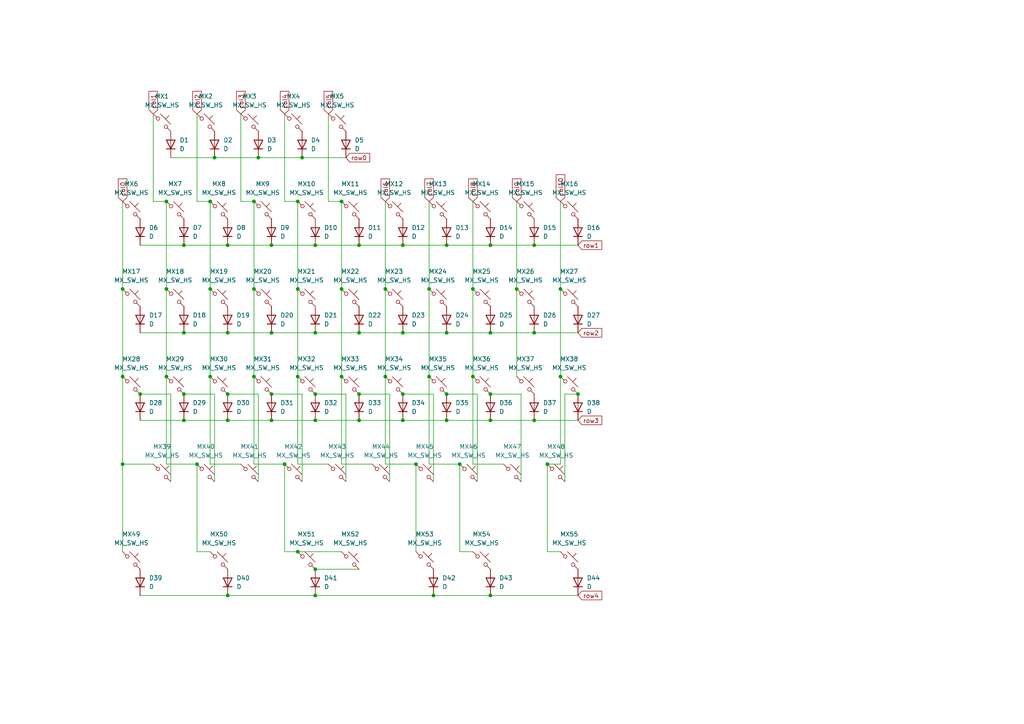
<source format=kicad_sch>
(kicad_sch (version 20231120) (generator "eeschema") (generator_version "8.0")
  (paper "A4")
  (lib_symbols
    (symbol "Device:D" (pin_numbers hide) (pin_names (offset 1.016) hide)
      (property "Reference" "D" (at 0 2.54 0))
      (property "Value" "D" (at 0 -2.54 0))
      (symbol "D_0_1"
        (polyline (pts (xy -1.27 1.27) (xy -1.27 -1.27)) (stroke (width 0.254)))
        (polyline (pts (xy 1.27 0) (xy -1.27 0)))
        (polyline (pts (xy 1.27 1.27) (xy 1.27 -1.27) (xy -1.27 0) (xy 1.27 1.27)) (stroke (width 0.254)))
      )
      (symbol "D_1_1"
        (pin passive line (at -3.81 0 0) (length 2.54) (name "K") (number "1"))
        (pin passive line (at 3.81 0 180) (length 2.54) (name "A") (number "2"))
      )
    )
    (symbol "PCM_marbastlib-mx:MX_SW_HS_CPG151101S11" (pin_numbers hide) (pin_names (offset 1.016) hide)
      (property "Reference" "MX" (at 3.048 1.016 0))
      (property "Value" "MX_SW_HS" (at 0 -3.81 0))
      (symbol "MX_SW_HS_CPG151101S11_0_1"
        (circle (center -1.1684 1.1684) (radius 0.508))
        (polyline (pts (xy -0.508 2.54) (xy 2.54 -0.508)))
        (polyline (pts (xy 1.016 1.016) (xy 2.032 2.032)))
        (polyline (pts (xy -2.54 2.54) (xy -1.524 1.524) (xy -1.524 1.524)))
        (polyline (pts (xy 1.524 -1.524) (xy 2.54 -2.54) (xy 2.54 -2.54) (xy 2.54 -2.54)))
        (circle (center 1.143 -1.1938) (radius 0.508))
        (pin passive line (at -2.54 2.54 0) (length 0) (name "1") (number "1"))
        (pin passive line (at 2.54 -2.54 180) (length 0) (name "2") (number "2"))
      )
    )
  )
  (junction (at 66.04 121.92))
  (junction (at 48.26 58.42))
  (junction (at 137.16 83.82))
  (junction (at 104.14 114.3))
  (junction (at 124.46 109.22))
  (junction (at 116.84 96.52))
  (junction (at 120.65 134.62))
  (junction (at 53.34 114.3))
  (junction (at 91.44 172.72))
  (junction (at 73.66 58.42))
  (junction (at 91.44 96.52))
  (junction (at 142.24 71.12))
  (junction (at 60.96 83.82))
  (junction (at 78.74 121.92))
  (junction (at 116.84 114.3))
  (junction (at 73.66 83.82))
  (junction (at 129.54 71.12))
  (junction (at 86.36 83.82))
  (junction (at 78.74 96.52))
  (junction (at 129.54 114.3))
  (junction (at 116.84 71.12))
  (junction (at 149.86 83.82))
  (junction (at 53.34 71.12))
  (junction (at 62.23 45.72))
  (junction (at 35.56 109.22))
  (junction (at 129.54 96.52))
  (junction (at 86.36 160.02))
  (junction (at 87.63 45.72))
  (junction (at 133.35 134.62))
  (junction (at 78.74 114.3))
  (junction (at 104.14 121.92))
  (junction (at 91.44 71.12))
  (junction (at 40.64 114.3))
  (junction (at 82.55 134.62))
  (junction (at 66.04 114.3))
  (junction (at 116.84 121.92))
  (junction (at 154.94 96.52))
  (junction (at 91.44 121.92))
  (junction (at 74.93 45.72))
  (junction (at 129.54 121.92))
  (junction (at 86.36 58.42))
  (junction (at 35.56 83.82))
  (junction (at 125.73 172.72))
  (junction (at 142.24 96.52))
  (junction (at 124.46 83.82))
  (junction (at 137.16 109.22))
  (junction (at 48.26 109.22))
  (junction (at 154.94 121.92))
  (junction (at 99.06 83.82))
  (junction (at 142.24 172.72))
  (junction (at 66.04 172.72))
  (junction (at 78.74 71.12))
  (junction (at 154.94 71.12))
  (junction (at 35.56 134.62))
  (junction (at 57.15 134.62))
  (junction (at 158.75 134.62))
  (junction (at 162.56 109.22))
  (junction (at 48.26 83.82))
  (junction (at 66.04 96.52))
  (junction (at 104.14 71.12))
  (junction (at 167.64 114.3))
  (junction (at 142.24 121.92))
  (junction (at 91.44 165.1))
  (junction (at 73.66 109.22))
  (junction (at 91.44 114.3))
  (junction (at 53.34 121.92))
  (junction (at 142.24 114.3))
  (junction (at 53.34 96.52))
  (junction (at 99.06 58.42))
  (junction (at 111.76 83.82))
  (junction (at 66.04 71.12))
  (junction (at 111.76 109.22))
  (junction (at 60.96 109.22))
  (junction (at 86.36 109.22))
  (junction (at 162.56 83.82))
  (junction (at 104.14 96.52))
  (junction (at 60.96 58.42))
  (junction (at 99.06 109.22))
  (wire (pts (xy 104.14 114.3) (xy 113.03 114.3)))
  (wire (pts (xy 104.14 96.52) (xy 116.84 96.52)))
  (wire (pts (xy 48.26 83.82) (xy 48.26 109.22)))
  (wire (pts (xy 133.35 160.02) (xy 133.35 134.62)))
  (wire (pts (xy 86.36 109.22) (xy 86.36 134.62)))
  (wire (pts (xy 74.93 45.72) (xy 87.63 45.72)))
  (wire (pts (xy 82.55 58.42) (xy 86.36 58.42)))
  (wire (pts (xy 162.56 134.62) (xy 158.75 134.62)))
  (wire (pts (xy 53.34 71.12) (xy 66.04 71.12)))
  (wire (pts (xy 91.44 71.12) (xy 104.14 71.12)))
  (wire (pts (xy 162.56 160.02) (xy 158.75 160.02)))
  (wire (pts (xy 60.96 134.62) (xy 69.85 134.62)))
  (wire (pts (xy 111.76 83.82) (xy 111.76 109.22)))
  (wire (pts (xy 137.16 83.82) (xy 137.16 109.22)))
  (wire (pts (xy 44.45 134.62) (xy 35.56 134.62)))
  (wire (pts (xy 137.16 109.22) (xy 137.16 134.62)))
  (wire (pts (xy 99.06 134.62) (xy 107.95 134.62)))
  (wire (pts (xy 57.15 33.02) (xy 57.15 58.42)))
  (wire (pts (xy 66.04 121.92) (xy 78.74 121.92)))
  (wire (pts (xy 91.44 96.52) (xy 104.14 96.52)))
  (wire (pts (xy 44.45 33.02) (xy 44.45 58.42)))
  (wire (pts (xy 142.24 114.3) (xy 151.13 114.3)))
  (wire (pts (xy 137.16 134.62) (xy 146.05 134.62)))
  (wire (pts (xy 78.74 71.12) (xy 91.44 71.12)))
  (wire (pts (xy 142.24 121.92) (xy 154.94 121.92)))
  (wire (pts (xy 125.73 114.3) (xy 125.73 139.7)))
  (wire (pts (xy 73.66 58.42) (xy 73.66 83.82)))
  (wire (pts (xy 137.16 58.42) (xy 137.16 83.82)))
  (wire (pts (xy 82.55 33.02) (xy 82.55 58.42)))
  (wire (pts (xy 158.75 160.02) (xy 158.75 134.62)))
  (wire (pts (xy 120.65 134.62) (xy 120.65 160.02)))
  (wire (pts (xy 100.33 114.3) (xy 100.33 139.7)))
  (wire (pts (xy 142.24 71.12) (xy 154.94 71.12)))
  (wire (pts (xy 154.94 96.52) (xy 167.64 96.52)))
  (wire (pts (xy 87.63 114.3) (xy 87.63 139.7)))
  (wire (pts (xy 66.04 96.52) (xy 78.74 96.52)))
  (wire (pts (xy 49.53 45.72) (xy 62.23 45.72)))
  (wire (pts (xy 162.56 58.42) (xy 162.56 83.82)))
  (wire (pts (xy 154.94 121.92) (xy 167.64 121.92)))
  (wire (pts (xy 73.66 109.22) (xy 73.66 134.62)))
  (wire (pts (xy 124.46 134.62) (xy 133.35 134.62)))
  (wire (pts (xy 40.64 71.12) (xy 53.34 71.12)))
  (wire (pts (xy 40.64 114.3) (xy 49.53 114.3)))
  (wire (pts (xy 35.56 134.62) (xy 35.56 160.02)))
  (wire (pts (xy 116.84 121.92) (xy 129.54 121.92)))
  (wire (pts (xy 163.83 114.3) (xy 163.83 139.7)))
  (wire (pts (xy 99.06 58.42) (xy 99.06 83.82)))
  (wire (pts (xy 35.56 109.22) (xy 35.56 134.62)))
  (wire (pts (xy 60.96 160.02) (xy 57.15 160.02)))
  (wire (pts (xy 78.74 114.3) (xy 87.63 114.3)))
  (wire (pts (xy 162.56 83.82) (xy 162.56 109.22)))
  (wire (pts (xy 124.46 83.82) (xy 124.46 109.22)))
  (wire (pts (xy 35.56 58.42) (xy 35.56 83.82)))
  (wire (pts (xy 74.93 114.3) (xy 74.93 139.7)))
  (wire (pts (xy 62.23 114.3) (xy 62.23 139.7)))
  (wire (pts (xy 44.45 58.42) (xy 48.26 58.42)))
  (wire (pts (xy 99.06 109.22) (xy 99.06 134.62)))
  (wire (pts (xy 60.96 83.82) (xy 60.96 109.22)))
  (wire (pts (xy 86.36 160.02) (xy 99.06 160.02)))
  (wire (pts (xy 48.26 134.62) (xy 48.26 109.22)))
  (wire (pts (xy 40.64 121.92) (xy 53.34 121.92)))
  (wire (pts (xy 69.85 33.02) (xy 69.85 58.42)))
  (wire (pts (xy 66.04 172.72) (xy 91.44 172.72)))
  (wire (pts (xy 142.24 172.72) (xy 167.64 172.72)))
  (wire (pts (xy 129.54 71.12) (xy 142.24 71.12)))
  (wire (pts (xy 40.64 96.52) (xy 53.34 96.52)))
  (wire (pts (xy 104.14 71.12) (xy 116.84 71.12)))
  (wire (pts (xy 142.24 96.52) (xy 154.94 96.52)))
  (wire (pts (xy 60.96 109.22) (xy 60.96 134.62)))
  (wire (pts (xy 149.86 83.82) (xy 149.86 109.22)))
  (wire (pts (xy 78.74 121.92) (xy 91.44 121.92)))
  (wire (pts (xy 78.74 96.52) (xy 91.44 96.52)))
  (wire (pts (xy 69.85 58.42) (xy 73.66 58.42)))
  (wire (pts (xy 86.36 134.62) (xy 95.25 134.62)))
  (wire (pts (xy 86.36 83.82) (xy 86.36 109.22)))
  (wire (pts (xy 111.76 58.42) (xy 111.76 83.82)))
  (wire (pts (xy 73.66 134.62) (xy 82.55 134.62)))
  (wire (pts (xy 151.13 114.3) (xy 151.13 139.7)))
  (wire (pts (xy 40.64 172.72) (xy 66.04 172.72)))
  (wire (pts (xy 57.15 58.42) (xy 60.96 58.42)))
  (wire (pts (xy 149.86 58.42) (xy 149.86 83.82)))
  (wire (pts (xy 53.34 114.3) (xy 62.23 114.3)))
  (wire (pts (xy 138.43 114.3) (xy 138.43 139.7)))
  (wire (pts (xy 162.56 134.62) (xy 162.56 109.22)))
  (wire (pts (xy 129.54 96.52) (xy 142.24 96.52)))
  (wire (pts (xy 129.54 121.92) (xy 142.24 121.92)))
  (wire (pts (xy 86.36 58.42) (xy 86.36 83.82)))
  (wire (pts (xy 57.15 134.62) (xy 48.26 134.62)))
  (wire (pts (xy 62.23 45.72) (xy 74.93 45.72)))
  (wire (pts (xy 82.55 160.02) (xy 82.55 134.62)))
  (wire (pts (xy 91.44 172.72) (xy 125.73 172.72)))
  (wire (pts (xy 124.46 109.22) (xy 124.46 134.62)))
  (wire (pts (xy 53.34 121.92) (xy 66.04 121.92)))
  (wire (pts (xy 73.66 83.82) (xy 73.66 109.22)))
  (wire (pts (xy 87.63 45.72) (xy 100.33 45.72)))
  (wire (pts (xy 48.26 58.42) (xy 48.26 83.82)))
  (wire (pts (xy 86.36 160.02) (xy 82.55 160.02)))
  (wire (pts (xy 116.84 96.52) (xy 129.54 96.52)))
  (wire (pts (xy 129.54 114.3) (xy 138.43 114.3)))
  (wire (pts (xy 66.04 71.12) (xy 78.74 71.12)))
  (wire (pts (xy 124.46 58.42) (xy 124.46 83.82)))
  (wire (pts (xy 95.25 58.42) (xy 99.06 58.42)))
  (wire (pts (xy 53.34 96.52) (xy 66.04 96.52)))
  (wire (pts (xy 91.44 121.92) (xy 104.14 121.92)))
  (wire (pts (xy 35.56 83.82) (xy 35.56 109.22)))
  (wire (pts (xy 49.53 114.3) (xy 49.53 139.7)))
  (wire (pts (xy 57.15 160.02) (xy 57.15 134.62)))
  (wire (pts (xy 116.84 71.12) (xy 129.54 71.12)))
  (wire (pts (xy 111.76 109.22) (xy 111.76 134.62)))
  (wire (pts (xy 66.04 114.3) (xy 74.93 114.3)))
  (wire (pts (xy 91.44 114.3) (xy 100.33 114.3)))
  (wire (pts (xy 111.76 134.62) (xy 120.65 134.62)))
  (wire (pts (xy 104.14 121.92) (xy 116.84 121.92)))
  (wire (pts (xy 154.94 71.12) (xy 167.64 71.12)))
  (wire (pts (xy 137.16 160.02) (xy 133.35 160.02)))
  (wire (pts (xy 125.73 172.72) (xy 142.24 172.72)))
  (wire (pts (xy 116.84 114.3) (xy 125.73 114.3)))
  (wire (pts (xy 95.25 33.02) (xy 95.25 58.42)))
  (wire (pts (xy 167.64 114.3) (xy 163.83 114.3)))
  (wire (pts (xy 60.96 58.42) (xy 60.96 83.82)))
  (wire (pts (xy 91.44 165.1) (xy 104.14 165.1)))
  (wire (pts (xy 99.06 83.82) (xy 99.06 109.22)))
  (wire (pts (xy 113.03 114.3) (xy 113.03 139.7)))
  (global_label "col0" (shape input) (at 35.56 58.42 90) (property "Intersheetrefs" "${INTERSHEET_REFS}" (effects (hide yes))))
  (global_label "col5" (shape input) (at 95.25 33.02 90) (property "Intersheetrefs" "${INTERSHEET_REFS}" (effects (hide yes))))
  (global_label "row3" (shape input) (at 167.64 121.92 0) (property "Intersheetrefs" "${INTERSHEET_REFS}" (effects (hide yes))))
  (global_label "col2" (shape input) (at 57.15 33.02 90) (property "Intersheetrefs" "${INTERSHEET_REFS}" (effects (hide yes))))
  (global_label "row4" (shape input) (at 167.64 172.72 0) (property "Intersheetrefs" "${INTERSHEET_REFS}" (effects (hide yes))))
  (global_label "row2" (shape input) (at 167.64 96.52 0) (property "Intersheetrefs" "${INTERSHEET_REFS}" (effects (hide yes))))
  (global_label "col7" (shape input) (at 124.46 58.42 90) (property "Intersheetrefs" "${INTERSHEET_REFS}" (effects (hide yes))))
  (global_label "col8" (shape input) (at 137.16 58.42 90) (property "Intersheetrefs" "${INTERSHEET_REFS}" (effects (hide yes))))
  (global_label "col10" (shape input) (at 162.56 58.42 90) (property "Intersheetrefs" "${INTERSHEET_REFS}" (effects (hide yes))))
  (global_label "col3" (shape input) (at 69.85 33.02 90) (property "Intersheetrefs" "${INTERSHEET_REFS}" (effects (hide yes))))
  (global_label "col1" (shape input) (at 44.45 33.02 90) (property "Intersheetrefs" "${INTERSHEET_REFS}" (effects (hide yes))))
  (global_label "col4" (shape input) (at 82.55 33.02 90) (property "Intersheetrefs" "${INTERSHEET_REFS}" (effects (hide yes))))
  (global_label "col6" (shape input) (at 111.76 58.42 90) (property "Intersheetrefs" "${INTERSHEET_REFS}" (effects (hide yes))))
  (global_label "row1" (shape input) (at 167.64 71.12 0) (property "Intersheetrefs" "${INTERSHEET_REFS}" (effects (hide yes))))
  (global_label "col9" (shape input) (at 149.86 58.42 90) (property "Intersheetrefs" "${INTERSHEET_REFS}" (effects (hide yes))))
  (global_label "row0" (shape input) (at 100.33 45.72 0) (property "Intersheetrefs" "${INTERSHEET_REFS}" (effects (hide yes))))
  (symbol (lib_id "PCM_marbastlib-mx:MX_SW_HS_CPG151101S11") (at 152.4 86.36 0) (unit 1)
    (property "Reference" "MX26" (at 152.4 78.74 0))
    (property "Value" "MX_SW_HS" (at 152.4 81.28 0))
    (property "Footprint" "PCM_marbastlib-mx:SW_MX_1u" (effects (hide yes)))
    (property "Description" "Push button switch, normally open, two pins, 45° tilted, Kailh CPG151101S11 for Cherry MX style switches" (effects (hide yes)))
  )
  (symbol (lib_id "PCM_marbastlib-mx:MX_SW_HS_CPG151101S11") (at 101.6 86.36 0) (unit 1)
    (property "Reference" "MX22" (at 101.6 78.74 0))
    (property "Value" "MX_SW_HS" (at 101.6 81.28 0))
    (property "Footprint" "PCM_marbastlib-mx:SW_MX_1u" (effects (hide yes)))
    (property "Description" "Push button switch, normally open, two pins, 45° tilted, Kailh CPG151101S11 for Cherry MX style switches" (effects (hide yes)))
  )
  (symbol (lib_id "PCM_marbastlib-mx:MX_SW_HS_CPG151101S11") (at 85.09 137.16 0) (unit 1)
    (property "Reference" "MX42" (at 85.09 129.54 0))
    (property "Value" "MX_SW_HS" (at 85.09 132.08 0))
    (property "Footprint" "PCM_marbastlib-mx:SW_MX_1u" (effects (hide yes)))
    (property "Description" "Push button switch, normally open, two pins, 45° tilted, Kailh CPG151101S11 for Cherry MX style switches" (effects (hide yes)))
  )
  (symbol (lib_id "PCM_marbastlib-mx:MX_SW_HS_CPG151101S11") (at 127 60.96 0) (unit 1)
    (property "Reference" "MX13" (at 127 53.34 0))
    (property "Value" "MX_SW_HS" (at 127 55.88 0))
    (property "Footprint" "PCM_marbastlib-mx:SW_MX_1u" (effects (hide yes)))
    (property "Description" "Push button switch, normally open, two pins, 45° tilted, Kailh CPG151101S11 for Cherry MX style switches" (effects (hide yes)))
  )
  (symbol (lib_id "Device:D") (at 116.84 118.11 90) (unit 1)
    (property "Reference" "D34" (at 119.38 116.8399 90) (effects (justify right)))
    (property "Value" "D" (at 119.38 119.3799 90) (effects (justify right)))
    (property "Footprint" "Diode_SMD:D_SOD-123" (effects (hide yes)))
    (property "Description" "Diode" (effects (hide yes)))
    (property "Sim.Device" "D" (effects (hide yes)))
    (property "Sim.Pins" "1=K 2=A" (effects (hide yes)))
  )
  (symbol (lib_id "PCM_marbastlib-mx:MX_SW_HS_CPG151101S11") (at 97.79 137.16 0) (unit 1)
    (property "Reference" "MX43" (at 97.79 129.54 0))
    (property "Value" "MX_SW_HS" (at 97.79 132.08 0))
    (property "Footprint" "PCM_marbastlib-mx:SW_MX_1u" (effects (hide yes)))
    (property "Description" "Push button switch, normally open, two pins, 45° tilted, Kailh CPG151101S11 for Cherry MX style switches" (effects (hide yes)))
  )
  (symbol (lib_id "PCM_marbastlib-mx:MX_SW_HS_CPG151101S11") (at 72.39 35.56 0) (unit 1)
    (property "Reference" "MX3" (at 72.39 27.94 0))
    (property "Value" "MX_SW_HS" (at 72.39 30.48 0))
    (property "Footprint" "PCM_marbastlib-mx:SW_MX_1u" (effects (hide yes)))
    (property "Description" "Push button switch, normally open, two pins, 45° tilted, Kailh CPG151101S11 for Cherry MX style switches" (effects (hide yes)))
  )
  (symbol (lib_id "PCM_marbastlib-mx:MX_SW_HS_CPG151101S11") (at 139.7 162.56 0) (unit 1)
    (property "Reference" "MX54" (at 139.7 154.94 0))
    (property "Value" "MX_SW_HS" (at 139.7 157.48 0))
    (property "Footprint" "PCM_marbastlib-mx:SW_MX_1u" (effects (hide yes)))
    (property "Description" "Push button switch, normally open, two pins, 45° tilted, Kailh CPG151101S11 for Cherry MX style switches" (effects (hide yes)))
  )
  (symbol (lib_id "PCM_marbastlib-mx:MX_SW_HS_CPG151101S11") (at 76.2 86.36 0) (unit 1)
    (property "Reference" "MX20" (at 76.2 78.74 0))
    (property "Value" "MX_SW_HS" (at 76.2 81.28 0))
    (property "Footprint" "PCM_marbastlib-mx:SW_MX_1u" (effects (hide yes)))
    (property "Description" "Push button switch, normally open, two pins, 45° tilted, Kailh CPG151101S11 for Cherry MX style switches" (effects (hide yes)))
  )
  (symbol (lib_id "PCM_marbastlib-mx:MX_SW_HS_CPG151101S11") (at 76.2 60.96 0) (unit 1)
    (property "Reference" "MX9" (at 76.2 53.34 0))
    (property "Value" "MX_SW_HS" (at 76.2 55.88 0))
    (property "Footprint" "PCM_marbastlib-mx:SW_MX_1u" (effects (hide yes)))
    (property "Description" "Push button switch, normally open, two pins, 45° tilted, Kailh CPG151101S11 for Cherry MX style switches" (effects (hide yes)))
  )
  (symbol (lib_id "Device:D") (at 104.14 92.71 90) (unit 1)
    (property "Reference" "D22" (at 106.68 91.4399 90) (effects (justify right)))
    (property "Value" "D" (at 106.68 93.9799 90) (effects (justify right)))
    (property "Footprint" "Diode_SMD:D_SOD-123" (effects (hide yes)))
    (property "Description" "Diode" (effects (hide yes)))
    (property "Sim.Device" "D" (effects (hide yes)))
    (property "Sim.Pins" "1=K 2=A" (effects (hide yes)))
  )
  (symbol (lib_id "Device:D") (at 167.64 168.91 90) (unit 1)
    (property "Reference" "D44" (at 170.18 167.6399 90) (effects (justify right)))
    (property "Value" "D" (at 170.18 170.1799 90) (effects (justify right)))
    (property "Footprint" "Diode_SMD:D_SOD-123" (effects (hide yes)))
    (property "Description" "Diode" (effects (hide yes)))
    (property "Sim.Device" "D" (effects (hide yes)))
    (property "Sim.Pins" "1=K 2=A" (effects (hide yes)))
  )
  (symbol (lib_id "PCM_marbastlib-mx:MX_SW_HS_CPG151101S11") (at 152.4 111.76 0) (unit 1)
    (property "Reference" "MX37" (at 152.4 104.14 0))
    (property "Value" "MX_SW_HS" (at 152.4 106.68 0))
    (property "Footprint" "PCM_marbastlib-mx:SW_MX_1u" (effects (hide yes)))
    (property "Description" "Push button switch, normally open, two pins, 45° tilted, Kailh CPG151101S11 for Cherry MX style switches" (effects (hide yes)))
  )
  (symbol (lib_id "PCM_marbastlib-mx:MX_SW_HS_CPG151101S11") (at 97.79 35.56 0) (unit 1)
    (property "Reference" "MX5" (at 97.79 27.94 0))
    (property "Value" "MX_SW_HS" (at 97.79 30.48 0))
    (property "Footprint" "PCM_marbastlib-mx:SW_MX_1u" (effects (hide yes)))
    (property "Description" "Push button switch, normally open, two pins, 45° tilted, Kailh CPG151101S11 for Cherry MX style switches" (effects (hide yes)))
  )
  (symbol (lib_id "Device:D") (at 66.04 118.11 90) (unit 1)
    (property "Reference" "D30" (at 68.58 116.8399 90) (effects (justify right)))
    (property "Value" "D" (at 68.58 119.3799 90) (effects (justify right)))
    (property "Footprint" "Diode_SMD:D_SOD-123" (effects (hide yes)))
    (property "Description" "Diode" (effects (hide yes)))
    (property "Sim.Device" "D" (effects (hide yes)))
    (property "Sim.Pins" "1=K 2=A" (effects (hide yes)))
  )
  (symbol (lib_id "Device:D") (at 40.64 118.11 90) (unit 1)
    (property "Reference" "D28" (at 43.18 116.8399 90) (effects (justify right)))
    (property "Value" "D" (at 43.18 119.3799 90) (effects (justify right)))
    (property "Footprint" "Diode_SMD:D_SOD-123" (effects (hide yes)))
    (property "Description" "Diode" (effects (hide yes)))
    (property "Sim.Device" "D" (effects (hide yes)))
    (property "Sim.Pins" "1=K 2=A" (effects (hide yes)))
  )
  (symbol (lib_id "Device:D") (at 53.34 67.31 90) (unit 1)
    (property "Reference" "D7" (at 55.88 66.0399 90) (effects (justify right)))
    (property "Value" "D" (at 55.88 68.5799 90) (effects (justify right)))
    (property "Footprint" "Diode_SMD:D_SOD-123" (effects (hide yes)))
    (property "Description" "Diode" (effects (hide yes)))
    (property "Sim.Device" "D" (effects (hide yes)))
    (property "Sim.Pins" "1=K 2=A" (effects (hide yes)))
  )
  (symbol (lib_id "PCM_marbastlib-mx:MX_SW_HS_CPG151101S11") (at 38.1 111.76 0) (unit 1)
    (property "Reference" "MX28" (at 38.1 104.14 0))
    (property "Value" "MX_SW_HS" (at 38.1 106.68 0))
    (property "Footprint" "PCM_marbastlib-mx:SW_MX_1u" (effects (hide yes)))
    (property "Description" "Push button switch, normally open, two pins, 45° tilted, Kailh CPG151101S11 for Cherry MX style switches" (effects (hide yes)))
  )
  (symbol (lib_id "Device:D") (at 154.94 118.11 90) (unit 1)
    (property "Reference" "D37" (at 157.48 116.8399 90) (effects (justify right)))
    (property "Value" "D" (at 157.48 119.3799 90) (effects (justify right)))
    (property "Footprint" "Diode_SMD:D_SOD-123" (effects (hide yes)))
    (property "Description" "Diode" (effects (hide yes)))
    (property "Sim.Device" "D" (effects (hide yes)))
    (property "Sim.Pins" "1=K 2=A" (effects (hide yes)))
  )
  (symbol (lib_id "Device:D") (at 78.74 67.31 90) (unit 1)
    (property "Reference" "D9" (at 81.28 66.0399 90) (effects (justify right)))
    (property "Value" "D" (at 81.28 68.5799 90) (effects (justify right)))
    (property "Footprint" "Diode_SMD:D_SOD-123" (effects (hide yes)))
    (property "Description" "Diode" (effects (hide yes)))
    (property "Sim.Device" "D" (effects (hide yes)))
    (property "Sim.Pins" "1=K 2=A" (effects (hide yes)))
  )
  (symbol (lib_id "PCM_marbastlib-mx:MX_SW_HS_CPG151101S11") (at 114.3 86.36 0) (unit 1)
    (property "Reference" "MX23" (at 114.3 78.74 0))
    (property "Value" "MX_SW_HS" (at 114.3 81.28 0))
    (property "Footprint" "PCM_marbastlib-mx:SW_MX_1u" (effects (hide yes)))
    (property "Description" "Push button switch, normally open, two pins, 45° tilted, Kailh CPG151101S11 for Cherry MX style switches" (effects (hide yes)))
  )
  (symbol (lib_id "PCM_marbastlib-mx:MX_SW_HS_CPG151101S11") (at 127 111.76 0) (unit 1)
    (property "Reference" "MX35" (at 127 104.14 0))
    (property "Value" "MX_SW_HS" (at 127 106.68 0))
    (property "Footprint" "PCM_marbastlib-mx:SW_MX_1u" (effects (hide yes)))
    (property "Description" "Push button switch, normally open, two pins, 45° tilted, Kailh CPG151101S11 for Cherry MX style switches" (effects (hide yes)))
  )
  (symbol (lib_id "PCM_marbastlib-mx:MX_SW_HS_CPG151101S11") (at 88.9 162.56 0) (unit 1)
    (property "Reference" "MX51" (at 88.9 154.94 0))
    (property "Value" "MX_SW_HS" (at 88.9 157.48 0))
    (property "Footprint" "PCM_marbastlib-mx:SW_MX_1u" (effects (hide yes)))
    (property "Description" "Push button switch, normally open, two pins, 45° tilted, Kailh CPG151101S11 for Cherry MX style switches" (effects (hide yes)))
  )
  (symbol (lib_id "Device:D") (at 66.04 168.91 90) (unit 1)
    (property "Reference" "D40" (at 68.58 167.6399 90) (effects (justify right)))
    (property "Value" "D" (at 68.58 170.1799 90) (effects (justify right)))
    (property "Footprint" "Diode_SMD:D_SOD-123" (effects (hide yes)))
    (property "Description" "Diode" (effects (hide yes)))
    (property "Sim.Device" "D" (effects (hide yes)))
    (property "Sim.Pins" "1=K 2=A" (effects (hide yes)))
  )
  (symbol (lib_id "PCM_marbastlib-mx:MX_SW_HS_CPG151101S11") (at 46.99 35.56 0) (unit 1)
    (property "Reference" "MX1" (at 46.99 27.94 0))
    (property "Value" "MX_SW_HS" (at 46.99 30.48 0))
    (property "Footprint" "PCM_marbastlib-mx:SW_MX_1u" (effects (hide yes)))
    (property "Description" "Push button switch, normally open, two pins, 45° tilted, Kailh CPG151101S11 for Cherry MX style switches" (effects (hide yes)))
  )
  (symbol (lib_id "Device:D") (at 104.14 67.31 90) (unit 1)
    (property "Reference" "D11" (at 106.68 66.0399 90) (effects (justify right)))
    (property "Value" "D" (at 106.68 68.5799 90) (effects (justify right)))
    (property "Footprint" "Diode_SMD:D_SOD-123" (effects (hide yes)))
    (property "Description" "Diode" (effects (hide yes)))
    (property "Sim.Device" "D" (effects (hide yes)))
    (property "Sim.Pins" "1=K 2=A" (effects (hide yes)))
  )
  (symbol (lib_id "PCM_marbastlib-mx:MX_SW_HS_CPG151101S11") (at 165.1 86.36 0) (unit 1)
    (property "Reference" "MX27" (at 165.1 78.74 0))
    (property "Value" "MX_SW_HS" (at 165.1 81.28 0))
    (property "Footprint" "PCM_marbastlib-mx:SW_MX_1u" (effects (hide yes)))
    (property "Description" "Push button switch, normally open, two pins, 45° tilted, Kailh CPG151101S11 for Cherry MX style switches" (effects (hide yes)))
  )
  (symbol (lib_id "Device:D") (at 142.24 118.11 90) (unit 1)
    (property "Reference" "D36" (at 144.78 116.8399 90) (effects (justify right)))
    (property "Value" "D" (at 144.78 119.3799 90) (effects (justify right)))
    (property "Footprint" "Diode_SMD:D_SOD-123" (effects (hide yes)))
    (property "Description" "Diode" (effects (hide yes)))
    (property "Sim.Device" "D" (effects (hide yes)))
    (property "Sim.Pins" "1=K 2=A" (effects (hide yes)))
  )
  (symbol (lib_id "Device:D") (at 91.44 168.91 90) (unit 1)
    (property "Reference" "D41" (at 93.98 167.6399 90) (effects (justify right)))
    (property "Value" "D" (at 93.98 170.1799 90) (effects (justify right)))
    (property "Footprint" "Diode_SMD:D_SOD-123" (effects (hide yes)))
    (property "Description" "Diode" (effects (hide yes)))
    (property "Sim.Device" "D" (effects (hide yes)))
    (property "Sim.Pins" "1=K 2=A" (effects (hide yes)))
  )
  (symbol (lib_id "PCM_marbastlib-mx:MX_SW_HS_CPG151101S11") (at 148.59 137.16 0) (unit 1)
    (property "Reference" "MX47" (at 148.59 129.54 0))
    (property "Value" "MX_SW_HS" (at 148.59 132.08 0))
    (property "Footprint" "PCM_marbastlib-mx:SW_MX_1u" (effects (hide yes)))
    (property "Description" "Push button switch, normally open, two pins, 45° tilted, Kailh CPG151101S11 for Cherry MX style switches" (effects (hide yes)))
  )
  (symbol (lib_id "Device:D") (at 129.54 118.11 90) (unit 1)
    (property "Reference" "D35" (at 132.08 116.8399 90) (effects (justify right)))
    (property "Value" "D" (at 132.08 119.3799 90) (effects (justify right)))
    (property "Footprint" "Diode_SMD:D_SOD-123" (effects (hide yes)))
    (property "Description" "Diode" (effects (hide yes)))
    (property "Sim.Device" "D" (effects (hide yes)))
    (property "Sim.Pins" "1=K 2=A" (effects (hide yes)))
  )
  (symbol (lib_id "Device:D") (at 142.24 67.31 90) (unit 1)
    (property "Reference" "D14" (at 144.78 66.0399 90) (effects (justify right)))
    (property "Value" "D" (at 144.78 68.5799 90) (effects (justify right)))
    (property "Footprint" "Diode_SMD:D_SOD-123" (effects (hide yes)))
    (property "Description" "Diode" (effects (hide yes)))
    (property "Sim.Device" "D" (effects (hide yes)))
    (property "Sim.Pins" "1=K 2=A" (effects (hide yes)))
  )
  (symbol (lib_id "PCM_marbastlib-mx:MX_SW_HS_CPG151101S11") (at 46.99 137.16 0) (unit 1)
    (property "Reference" "MX39" (at 46.99 129.54 0))
    (property "Value" "MX_SW_HS" (at 46.99 132.08 0))
    (property "Footprint" "PCM_marbastlib-mx:SW_MX_1u" (effects (hide yes)))
    (property "Description" "Push button switch, normally open, two pins, 45° tilted, Kailh CPG151101S11 for Cherry MX style switches" (effects (hide yes)))
  )
  (symbol (lib_id "PCM_marbastlib-mx:MX_SW_HS_CPG151101S11") (at 114.3 60.96 0) (unit 1)
    (property "Reference" "MX12" (at 114.3 53.34 0))
    (property "Value" "MX_SW_HS" (at 114.3 55.88 0))
    (property "Footprint" "PCM_marbastlib-mx:SW_MX_1u" (effects (hide yes)))
    (property "Description" "Push button switch, normally open, two pins, 45° tilted, Kailh CPG151101S11 for Cherry MX style switches" (effects (hide yes)))
  )
  (symbol (lib_id "PCM_marbastlib-mx:MX_SW_HS_CPG151101S11") (at 88.9 111.76 0) (unit 1)
    (property "Reference" "MX32" (at 88.9 104.14 0))
    (property "Value" "MX_SW_HS" (at 88.9 106.68 0))
    (property "Footprint" "PCM_marbastlib-mx:SW_MX_1u" (effects (hide yes)))
    (property "Description" "Push button switch, normally open, two pins, 45° tilted, Kailh CPG151101S11 for Cherry MX style switches" (effects (hide yes)))
  )
  (symbol (lib_id "Device:D") (at 40.64 67.31 90) (unit 1)
    (property "Reference" "D6" (at 43.18 66.0399 90) (effects (justify right)))
    (property "Value" "D" (at 43.18 68.5799 90) (effects (justify right)))
    (property "Footprint" "Diode_SMD:D_SOD-123" (effects (hide yes)))
    (property "Description" "Diode" (effects (hide yes)))
    (property "Sim.Device" "D" (effects (hide yes)))
    (property "Sim.Pins" "1=K 2=A" (effects (hide yes)))
  )
  (symbol (lib_id "PCM_marbastlib-mx:MX_SW_HS_CPG151101S11") (at 72.39 137.16 0) (unit 1)
    (property "Reference" "MX41" (at 72.39 129.54 0))
    (property "Value" "MX_SW_HS" (at 72.39 132.08 0))
    (property "Footprint" "PCM_marbastlib-mx:SW_MX_1u" (effects (hide yes)))
    (property "Description" "Push button switch, normally open, two pins, 45° tilted, Kailh CPG151101S11 for Cherry MX style switches" (effects (hide yes)))
  )
  (symbol (lib_id "Device:D") (at 104.14 118.11 90) (unit 1)
    (property "Reference" "D33" (at 106.68 116.8399 90) (effects (justify right)))
    (property "Value" "D" (at 106.68 119.3799 90) (effects (justify right)))
    (property "Footprint" "Diode_SMD:D_SOD-123" (effects (hide yes)))
    (property "Description" "Diode" (effects (hide yes)))
    (property "Sim.Device" "D" (effects (hide yes)))
    (property "Sim.Pins" "1=K 2=A" (effects (hide yes)))
  )
  (symbol (lib_id "Device:D") (at 154.94 67.31 90) (unit 1)
    (property "Reference" "D15" (at 157.48 66.0399 90) (effects (justify right)))
    (property "Value" "D" (at 157.48 68.5799 90) (effects (justify right)))
    (property "Footprint" "Diode_SMD:D_SOD-123" (effects (hide yes)))
    (property "Description" "Diode" (effects (hide yes)))
    (property "Sim.Device" "D" (effects (hide yes)))
    (property "Sim.Pins" "1=K 2=A" (effects (hide yes)))
  )
  (symbol (lib_id "PCM_marbastlib-mx:MX_SW_HS_CPG151101S11") (at 63.5 111.76 0) (unit 1)
    (property "Reference" "MX30" (at 63.5 104.14 0))
    (property "Value" "MX_SW_HS" (at 63.5 106.68 0))
    (property "Footprint" "PCM_marbastlib-mx:SW_MX_1u" (effects (hide yes)))
    (property "Description" "Push button switch, normally open, two pins, 45° tilted, Kailh CPG151101S11 for Cherry MX style switches" (effects (hide yes)))
  )
  (symbol (lib_id "Device:D") (at 66.04 92.71 90) (unit 1)
    (property "Reference" "D19" (at 68.58 91.4399 90) (effects (justify right)))
    (property "Value" "D" (at 68.58 93.9799 90) (effects (justify right)))
    (property "Footprint" "Diode_SMD:D_SOD-123" (effects (hide yes)))
    (property "Description" "Diode" (effects (hide yes)))
    (property "Sim.Device" "D" (effects (hide yes)))
    (property "Sim.Pins" "1=K 2=A" (effects (hide yes)))
  )
  (symbol (lib_id "PCM_marbastlib-mx:MX_SW_HS_CPG151101S11") (at 63.5 60.96 0) (unit 1)
    (property "Reference" "MX8" (at 63.5 53.34 0))
    (property "Value" "MX_SW_HS" (at 63.5 55.88 0))
    (property "Footprint" "PCM_marbastlib-mx:SW_MX_1u" (effects (hide yes)))
    (property "Description" "Push button switch, normally open, two pins, 45° tilted, Kailh CPG151101S11 for Cherry MX style switches" (effects (hide yes)))
  )
  (symbol (lib_id "PCM_marbastlib-mx:MX_SW_HS_CPG151101S11") (at 135.89 137.16 0) (unit 1)
    (property "Reference" "MX46" (at 135.89 129.54 0))
    (property "Value" "MX_SW_HS" (at 135.89 132.08 0))
    (property "Footprint" "PCM_marbastlib-mx:SW_MX_1u" (effects (hide yes)))
    (property "Description" "Push button switch, normally open, two pins, 45° tilted, Kailh CPG151101S11 for Cherry MX style switches" (effects (hide yes)))
  )
  (symbol (lib_id "Device:D") (at 62.23 41.91 90) (unit 1)
    (property "Reference" "D2" (at 64.77 40.6399 90) (effects (justify right)))
    (property "Value" "D" (at 64.77 43.1799 90) (effects (justify right)))
    (property "Footprint" "Diode_SMD:D_SOD-123" (effects (hide yes)))
    (property "Description" "Diode" (effects (hide yes)))
    (property "Sim.Device" "D" (effects (hide yes)))
    (property "Sim.Pins" "1=K 2=A" (effects (hide yes)))
  )
  (symbol (lib_id "Device:D") (at 142.24 168.91 90) (unit 1)
    (property "Reference" "D43" (at 144.78 167.6399 90) (effects (justify right)))
    (property "Value" "D" (at 144.78 170.1799 90) (effects (justify right)))
    (property "Footprint" "Diode_SMD:D_SOD-123" (effects (hide yes)))
    (property "Description" "Diode" (effects (hide yes)))
    (property "Sim.Device" "D" (effects (hide yes)))
    (property "Sim.Pins" "1=K 2=A" (effects (hide yes)))
  )
  (symbol (lib_id "Device:D") (at 74.93 41.91 90) (unit 1)
    (property "Reference" "D3" (at 77.47 40.6399 90) (effects (justify right)))
    (property "Value" "D" (at 77.47 43.1799 90) (effects (justify right)))
    (property "Footprint" "Diode_SMD:D_SOD-123" (effects (hide yes)))
    (property "Description" "Diode" (effects (hide yes)))
    (property "Sim.Device" "D" (effects (hide yes)))
    (property "Sim.Pins" "1=K 2=A" (effects (hide yes)))
  )
  (symbol (lib_id "PCM_marbastlib-mx:MX_SW_HS_CPG151101S11") (at 110.49 137.16 0) (unit 1)
    (property "Reference" "MX44" (at 110.49 129.54 0))
    (property "Value" "MX_SW_HS" (at 110.49 132.08 0))
    (property "Footprint" "PCM_marbastlib-mx:SW_MX_1u" (effects (hide yes)))
    (property "Description" "Push button switch, normally open, two pins, 45° tilted, Kailh CPG151101S11 for Cherry MX style switches" (effects (hide yes)))
  )
  (symbol (lib_id "Device:D") (at 66.04 67.31 90) (unit 1)
    (property "Reference" "D8" (at 68.58 66.0399 90) (effects (justify right)))
    (property "Value" "D" (at 68.58 68.5799 90) (effects (justify right)))
    (property "Footprint" "Diode_SMD:D_SOD-123" (effects (hide yes)))
    (property "Description" "Diode" (effects (hide yes)))
    (property "Sim.Device" "D" (effects (hide yes)))
    (property "Sim.Pins" "1=K 2=A" (effects (hide yes)))
  )
  (symbol (lib_id "Device:D") (at 116.84 92.71 90) (unit 1)
    (property "Reference" "D23" (at 119.38 91.4399 90) (effects (justify right)))
    (property "Value" "D" (at 119.38 93.9799 90) (effects (justify right)))
    (property "Footprint" "Diode_SMD:D_SOD-123" (effects (hide yes)))
    (property "Description" "Diode" (effects (hide yes)))
    (property "Sim.Device" "D" (effects (hide yes)))
    (property "Sim.Pins" "1=K 2=A" (effects (hide yes)))
  )
  (symbol (lib_id "PCM_marbastlib-mx:MX_SW_HS_CPG151101S11") (at 165.1 60.96 0) (unit 1)
    (property "Reference" "MX16" (at 165.1 53.34 0))
    (property "Value" "MX_SW_HS" (at 165.1 55.88 0))
    (property "Footprint" "PCM_marbastlib-mx:SW_MX_1u" (effects (hide yes)))
    (property "Description" "Push button switch, normally open, two pins, 45° tilted, Kailh CPG151101S11 for Cherry MX style switches" (effects (hide yes)))
  )
  (symbol (lib_id "PCM_marbastlib-mx:MX_SW_HS_CPG151101S11") (at 165.1 162.56 0) (unit 1)
    (property "Reference" "MX55" (at 165.1 154.94 0))
    (property "Value" "MX_SW_HS" (at 165.1 157.48 0))
    (property "Footprint" "PCM_marbastlib-mx:SW_MX_1u" (effects (hide yes)))
    (property "Description" "Push button switch, normally open, two pins, 45° tilted, Kailh CPG151101S11 for Cherry MX style switches" (effects (hide yes)))
  )
  (symbol (lib_id "PCM_marbastlib-mx:MX_SW_HS_CPG151101S11") (at 139.7 111.76 0) (unit 1)
    (property "Reference" "MX36" (at 139.7 104.14 0))
    (property "Value" "MX_SW_HS" (at 139.7 106.68 0))
    (property "Footprint" "PCM_marbastlib-mx:SW_MX_1u" (effects (hide yes)))
    (property "Description" "Push button switch, normally open, two pins, 45° tilted, Kailh CPG151101S11 for Cherry MX style switches" (effects (hide yes)))
  )
  (symbol (lib_id "Device:D") (at 87.63 41.91 90) (unit 1)
    (property "Reference" "D4" (at 90.17 40.6399 90) (effects (justify right)))
    (property "Value" "D" (at 90.17 43.1799 90) (effects (justify right)))
    (property "Footprint" "Diode_SMD:D_SOD-123" (effects (hide yes)))
    (property "Description" "Diode" (effects (hide yes)))
    (property "Sim.Device" "D" (effects (hide yes)))
    (property "Sim.Pins" "1=K 2=A" (effects (hide yes)))
  )
  (symbol (lib_id "PCM_marbastlib-mx:MX_SW_HS_CPG151101S11") (at 63.5 86.36 0) (unit 1)
    (property "Reference" "MX19" (at 63.5 78.74 0))
    (property "Value" "MX_SW_HS" (at 63.5 81.28 0))
    (property "Footprint" "PCM_marbastlib-mx:SW_MX_1u" (effects (hide yes)))
    (property "Description" "Push button switch, normally open, two pins, 45° tilted, Kailh CPG151101S11 for Cherry MX style switches" (effects (hide yes)))
  )
  (symbol (lib_id "PCM_marbastlib-mx:MX_SW_HS_CPG151101S11") (at 63.5 162.56 0) (unit 1)
    (property "Reference" "MX50" (at 63.5 154.94 0))
    (property "Value" "MX_SW_HS" (at 63.5 157.48 0))
    (property "Footprint" "PCM_marbastlib-mx:SW_MX_1u" (effects (hide yes)))
    (property "Description" "Push button switch, normally open, two pins, 45° tilted, Kailh CPG151101S11 for Cherry MX style switches" (effects (hide yes)))
  )
  (symbol (lib_id "PCM_marbastlib-mx:MX_SW_HS_CPG151101S11") (at 139.7 60.96 0) (unit 1)
    (property "Reference" "MX14" (at 139.7 53.34 0))
    (property "Value" "MX_SW_HS" (at 139.7 55.88 0))
    (property "Footprint" "PCM_marbastlib-mx:SW_MX_1u" (effects (hide yes)))
    (property "Description" "Push button switch, normally open, two pins, 45° tilted, Kailh CPG151101S11 for Cherry MX style switches" (effects (hide yes)))
  )
  (symbol (lib_id "PCM_marbastlib-mx:MX_SW_HS_CPG151101S11") (at 38.1 162.56 0) (unit 1)
    (property "Reference" "MX49" (at 38.1 154.94 0))
    (property "Value" "MX_SW_HS" (at 38.1 157.48 0))
    (property "Footprint" "PCM_marbastlib-mx:SW_MX_1u" (effects (hide yes)))
    (property "Description" "Push button switch, normally open, two pins, 45° tilted, Kailh CPG151101S11 for Cherry MX style switches" (effects (hide yes)))
  )
  (symbol (lib_id "Device:D") (at 142.24 92.71 90) (unit 1)
    (property "Reference" "D25" (at 144.78 91.4399 90) (effects (justify right)))
    (property "Value" "D" (at 144.78 93.9799 90) (effects (justify right)))
    (property "Footprint" "Diode_SMD:D_SOD-123" (effects (hide yes)))
    (property "Description" "Diode" (effects (hide yes)))
    (property "Sim.Device" "D" (effects (hide yes)))
    (property "Sim.Pins" "1=K 2=A" (effects (hide yes)))
  )
  (symbol (lib_id "PCM_marbastlib-mx:MX_SW_HS_CPG151101S11") (at 127 86.36 0) (unit 1)
    (property "Reference" "MX24" (at 127 78.74 0))
    (property "Value" "MX_SW_HS" (at 127 81.28 0))
    (property "Footprint" "PCM_marbastlib-mx:SW_MX_1u" (effects (hide yes)))
    (property "Description" "Push button switch, normally open, two pins, 45° tilted, Kailh CPG151101S11 for Cherry MX style switches" (effects (hide yes)))
  )
  (symbol (lib_id "Device:D") (at 129.54 67.31 90) (unit 1)
    (property "Reference" "D13" (at 132.08 66.0399 90) (effects (justify right)))
    (property "Value" "D" (at 132.08 68.5799 90) (effects (justify right)))
    (property "Footprint" "Diode_SMD:D_SOD-123" (effects (hide yes)))
    (property "Description" "Diode" (effects (hide yes)))
    (property "Sim.Device" "D" (effects (hide yes)))
    (property "Sim.Pins" "1=K 2=A" (effects (hide yes)))
  )
  (symbol (lib_id "Device:D") (at 78.74 92.71 90) (unit 1)
    (property "Reference" "D20" (at 81.28 91.4399 90) (effects (justify right)))
    (property "Value" "D" (at 81.28 93.9799 90) (effects (justify right)))
    (property "Footprint" "Diode_SMD:D_SOD-123" (effects (hide yes)))
    (property "Description" "Diode" (effects (hide yes)))
    (property "Sim.Device" "D" (effects (hide yes)))
    (property "Sim.Pins" "1=K 2=A" (effects (hide yes)))
  )
  (symbol (lib_id "Device:D") (at 91.44 118.11 90) (unit 1)
    (property "Reference" "D32" (at 93.98 116.8399 90) (effects (justify right)))
    (property "Value" "D" (at 93.98 119.3799 90) (effects (justify right)))
    (property "Footprint" "Diode_SMD:D_SOD-123" (effects (hide yes)))
    (property "Description" "Diode" (effects (hide yes)))
    (property "Sim.Device" "D" (effects (hide yes)))
    (property "Sim.Pins" "1=K 2=A" (effects (hide yes)))
  )
  (symbol (lib_id "PCM_marbastlib-mx:MX_SW_HS_CPG151101S11") (at 38.1 60.96 0) (unit 1)
    (property "Reference" "MX6" (at 38.1 53.34 0))
    (property "Value" "MX_SW_HS" (at 38.1 55.88 0))
    (property "Footprint" "PCM_marbastlib-mx:SW_MX_1u" (effects (hide yes)))
    (property "Description" "Push button switch, normally open, two pins, 45° tilted, Kailh CPG151101S11 for Cherry MX style switches" (effects (hide yes)))
  )
  (symbol (lib_id "PCM_marbastlib-mx:MX_SW_HS_CPG151101S11") (at 101.6 60.96 0) (unit 1)
    (property "Reference" "MX11" (at 101.6 53.34 0))
    (property "Value" "MX_SW_HS" (at 101.6 55.88 0))
    (property "Footprint" "PCM_marbastlib-mx:SW_MX_1u" (effects (hide yes)))
    (property "Description" "Push button switch, normally open, two pins, 45° tilted, Kailh CPG151101S11 for Cherry MX style switches" (effects (hide yes)))
  )
  (symbol (lib_id "Device:D") (at 125.73 168.91 90) (unit 1)
    (property "Reference" "D42" (at 128.27 167.6399 90) (effects (justify right)))
    (property "Value" "D" (at 128.27 170.1799 90) (effects (justify right)))
    (property "Footprint" "Diode_SMD:D_SOD-123" (effects (hide yes)))
    (property "Description" "Diode" (effects (hide yes)))
    (property "Sim.Device" "D" (effects (hide yes)))
    (property "Sim.Pins" "1=K 2=A" (effects (hide yes)))
  )
  (symbol (lib_id "PCM_marbastlib-mx:MX_SW_HS_CPG151101S11") (at 59.69 35.56 0) (unit 1)
    (property "Reference" "MX2" (at 59.69 27.94 0))
    (property "Value" "MX_SW_HS" (at 59.69 30.48 0))
    (property "Footprint" "PCM_marbastlib-mx:SW_MX_1u" (effects (hide yes)))
    (property "Description" "Push button switch, normally open, two pins, 45° tilted, Kailh CPG151101S11 for Cherry MX style switches" (effects (hide yes)))
  )
  (symbol (lib_id "PCM_marbastlib-mx:MX_SW_HS_CPG151101S11") (at 165.1 111.76 0) (unit 1)
    (property "Reference" "MX38" (at 165.1 104.14 0))
    (property "Value" "MX_SW_HS" (at 165.1 106.68 0))
    (property "Footprint" "PCM_marbastlib-mx:SW_MX_1u" (effects (hide yes)))
    (property "Description" "Push button switch, normally open, two pins, 45° tilted, Kailh CPG151101S11 for Cherry MX style switches" (effects (hide yes)))
  )
  (symbol (lib_id "PCM_marbastlib-mx:MX_SW_HS_CPG151101S11") (at 114.3 111.76 0) (unit 1)
    (property "Reference" "MX34" (at 114.3 104.14 0))
    (property "Value" "MX_SW_HS" (at 114.3 106.68 0))
    (property "Footprint" "PCM_marbastlib-mx:SW_MX_1u" (effects (hide yes)))
    (property "Description" "Push button switch, normally open, two pins, 45° tilted, Kailh CPG151101S11 for Cherry MX style switches" (effects (hide yes)))
  )
  (symbol (lib_id "PCM_marbastlib-mx:MX_SW_HS_CPG151101S11") (at 161.29 137.16 0) (unit 1)
    (property "Reference" "MX48" (at 161.29 129.54 0))
    (property "Value" "MX_SW_HS" (at 161.29 132.08 0))
    (property "Footprint" "PCM_marbastlib-mx:SW_MX_1u" (effects (hide yes)))
    (property "Description" "Push button switch, normally open, two pins, 45° tilted, Kailh CPG151101S11 for Cherry MX style switches" (effects (hide yes)))
  )
  (symbol (lib_id "PCM_marbastlib-mx:MX_SW_HS_CPG151101S11") (at 59.69 137.16 0) (unit 1)
    (property "Reference" "MX40" (at 59.69 129.54 0))
    (property "Value" "MX_SW_HS" (at 59.69 132.08 0))
    (property "Footprint" "PCM_marbastlib-mx:SW_MX_1u" (effects (hide yes)))
    (property "Description" "Push button switch, normally open, two pins, 45° tilted, Kailh CPG151101S11 for Cherry MX style switches" (effects (hide yes)))
  )
  (symbol (lib_id "Device:D") (at 49.53 41.91 90) (unit 1)
    (property "Reference" "D1" (at 52.07 40.6399 90) (effects (justify right)))
    (property "Value" "D" (at 52.07 43.1799 90) (effects (justify right)))
    (property "Footprint" "Diode_SMD:D_SOD-123" (effects (hide yes)))
    (property "Description" "Diode" (effects (hide yes)))
    (property "Sim.Device" "D" (effects (hide yes)))
    (property "Sim.Pins" "1=K 2=A" (effects (hide yes)))
  )
  (symbol (lib_id "Device:D") (at 40.64 168.91 90) (unit 1)
    (property "Reference" "D39" (at 43.18 167.6399 90) (effects (justify right)))
    (property "Value" "D" (at 43.18 170.1799 90) (effects (justify right)))
    (property "Footprint" "Diode_SMD:D_SOD-123" (effects (hide yes)))
    (property "Description" "Diode" (effects (hide yes)))
    (property "Sim.Device" "D" (effects (hide yes)))
    (property "Sim.Pins" "1=K 2=A" (effects (hide yes)))
  )
  (symbol (lib_id "PCM_marbastlib-mx:MX_SW_HS_CPG151101S11") (at 101.6 162.56 0) (unit 1)
    (property "Reference" "MX52" (at 101.6 154.94 0))
    (property "Value" "MX_SW_HS" (at 101.6 157.48 0))
    (property "Footprint" "PCM_marbastlib-mx:SW_MX_1u" (effects (hide yes)))
    (property "Description" "Push button switch, normally open, two pins, 45° tilted, Kailh CPG151101S11 for Cherry MX style switches" (effects (hide yes)))
  )
  (symbol (lib_id "PCM_marbastlib-mx:MX_SW_HS_CPG151101S11") (at 123.19 137.16 0) (unit 1)
    (property "Reference" "MX45" (at 123.19 129.54 0))
    (property "Value" "MX_SW_HS" (at 123.19 132.08 0))
    (property "Footprint" "PCM_marbastlib-mx:SW_MX_1u" (effects (hide yes)))
    (property "Description" "Push button switch, normally open, two pins, 45° tilted, Kailh CPG151101S11 for Cherry MX style switches" (effects (hide yes)))
  )
  (symbol (lib_id "Device:D") (at 78.74 118.11 90) (unit 1)
    (property "Reference" "D31" (at 81.28 116.8399 90) (effects (justify right)))
    (property "Value" "D" (at 81.28 119.3799 90) (effects (justify right)))
    (property "Footprint" "Diode_SMD:D_SOD-123" (effects (hide yes)))
    (property "Description" "Diode" (effects (hide yes)))
    (property "Sim.Device" "D" (effects (hide yes)))
    (property "Sim.Pins" "1=K 2=A" (effects (hide yes)))
  )
  (symbol (lib_id "Device:D") (at 154.94 92.71 90) (unit 1)
    (property "Reference" "D26" (at 157.48 91.4399 90) (effects (justify right)))
    (property "Value" "D" (at 157.48 93.9799 90) (effects (justify right)))
    (property "Footprint" "Diode_SMD:D_SOD-123" (effects (hide yes)))
    (property "Description" "Diode" (effects (hide yes)))
    (property "Sim.Device" "D" (effects (hide yes)))
    (property "Sim.Pins" "1=K 2=A" (effects (hide yes)))
  )
  (symbol (lib_id "PCM_marbastlib-mx:MX_SW_HS_CPG151101S11") (at 76.2 111.76 0) (unit 1)
    (property "Reference" "MX31" (at 76.2 104.14 0))
    (property "Value" "MX_SW_HS" (at 76.2 106.68 0))
    (property "Footprint" "PCM_marbastlib-mx:SW_MX_1u" (effects (hide yes)))
    (property "Description" "Push button switch, normally open, two pins, 45° tilted, Kailh CPG151101S11 for Cherry MX style switches" (effects (hide yes)))
  )
  (symbol (lib_id "PCM_marbastlib-mx:MX_SW_HS_CPG151101S11") (at 88.9 60.96 0) (unit 1)
    (property "Reference" "MX10" (at 88.9 53.34 0))
    (property "Value" "MX_SW_HS" (at 88.9 55.88 0))
    (property "Footprint" "PCM_marbastlib-mx:SW_MX_1u" (effects (hide yes)))
    (property "Description" "Push button switch, normally open, two pins, 45° tilted, Kailh CPG151101S11 for Cherry MX style switches" (effects (hide yes)))
  )
  (symbol (lib_id "Device:D") (at 116.84 67.31 90) (unit 1)
    (property "Reference" "D12" (at 119.38 66.0399 90) (effects (justify right)))
    (property "Value" "D" (at 119.38 68.5799 90) (effects (justify right)))
    (property "Footprint" "Diode_SMD:D_SOD-123" (effects (hide yes)))
    (property "Description" "Diode" (effects (hide yes)))
    (property "Sim.Device" "D" (effects (hide yes)))
    (property "Sim.Pins" "1=K 2=A" (effects (hide yes)))
  )
  (symbol (lib_id "PCM_marbastlib-mx:MX_SW_HS_CPG151101S11") (at 50.8 86.36 0) (unit 1)
    (property "Reference" "MX18" (at 50.8 78.74 0))
    (property "Value" "MX_SW_HS" (at 50.8 81.28 0))
    (property "Footprint" "PCM_marbastlib-mx:SW_MX_1u" (effects (hide yes)))
    (property "Description" "Push button switch, normally open, two pins, 45° tilted, Kailh CPG151101S11 for Cherry MX style switches" (effects (hide yes)))
  )
  (symbol (lib_id "PCM_marbastlib-mx:MX_SW_HS_CPG151101S11") (at 139.7 86.36 0) (unit 1)
    (property "Reference" "MX25" (at 139.7 78.74 0))
    (property "Value" "MX_SW_HS" (at 139.7 81.28 0))
    (property "Footprint" "PCM_marbastlib-mx:SW_MX_1u" (effects (hide yes)))
    (property "Description" "Push button switch, normally open, two pins, 45° tilted, Kailh CPG151101S11 for Cherry MX style switches" (effects (hide yes)))
  )
  (symbol (lib_id "Device:D") (at 91.44 92.71 90) (unit 1)
    (property "Reference" "D21" (at 93.98 91.4399 90) (effects (justify right)))
    (property "Value" "D" (at 93.98 93.9799 90) (effects (justify right)))
    (property "Footprint" "Diode_SMD:D_SOD-123" (effects (hide yes)))
    (property "Description" "Diode" (effects (hide yes)))
    (property "Sim.Device" "D" (effects (hide yes)))
    (property "Sim.Pins" "1=K 2=A" (effects (hide yes)))
  )
  (symbol (lib_id "PCM_marbastlib-mx:MX_SW_HS_CPG151101S11") (at 123.19 162.56 0) (unit 1)
    (property "Reference" "MX53" (at 123.19 154.94 0))
    (property "Value" "MX_SW_HS" (at 123.19 157.48 0))
    (property "Footprint" "PCM_marbastlib-mx:SW_MX_1u" (effects (hide yes)))
    (property "Description" "Push button switch, normally open, two pins, 45° tilted, Kailh CPG151101S11 for Cherry MX style switches" (effects (hide yes)))
  )
  (symbol (lib_id "Device:D") (at 167.64 92.71 90) (unit 1)
    (property "Reference" "D27" (at 170.18 91.4399 90) (effects (justify right)))
    (property "Value" "D" (at 170.18 93.9799 90) (effects (justify right)))
    (property "Footprint" "Diode_SMD:D_SOD-123" (effects (hide yes)))
    (property "Description" "Diode" (effects (hide yes)))
    (property "Sim.Device" "D" (effects (hide yes)))
    (property "Sim.Pins" "1=K 2=A" (effects (hide yes)))
  )
  (symbol (lib_id "PCM_marbastlib-mx:MX_SW_HS_CPG151101S11") (at 101.6 111.76 0) (unit 1)
    (property "Reference" "MX33" (at 101.6 104.14 0))
    (property "Value" "MX_SW_HS" (at 101.6 106.68 0))
    (property "Footprint" "PCM_marbastlib-mx:SW_MX_1u" (effects (hide yes)))
    (property "Description" "Push button switch, normally open, two pins, 45° tilted, Kailh CPG151101S11 for Cherry MX style switches" (effects (hide yes)))
  )
  (symbol (lib_id "Device:D") (at 40.64 92.71 90) (unit 1)
    (property "Reference" "D17" (at 43.18 91.4399 90) (effects (justify right)))
    (property "Value" "D" (at 43.18 93.9799 90) (effects (justify right)))
    (property "Footprint" "Diode_SMD:D_SOD-123" (effects (hide yes)))
    (property "Description" "Diode" (effects (hide yes)))
    (property "Sim.Device" "D" (effects (hide yes)))
    (property "Sim.Pins" "1=K 2=A" (effects (hide yes)))
  )
  (symbol (lib_id "PCM_marbastlib-mx:MX_SW_HS_CPG151101S11") (at 85.09 35.56 0) (unit 1)
    (property "Reference" "MX4" (at 85.09 27.94 0))
    (property "Value" "MX_SW_HS" (at 85.09 30.48 0))
    (property "Footprint" "PCM_marbastlib-mx:SW_MX_1u" (effects (hide yes)))
    (property "Description" "Push button switch, normally open, two pins, 45° tilted, Kailh CPG151101S11 for Cherry MX style switches" (effects (hide yes)))
  )
  (symbol (lib_id "PCM_marbastlib-mx:MX_SW_HS_CPG151101S11") (at 88.9 86.36 0) (unit 1)
    (property "Reference" "MX21" (at 88.9 78.74 0))
    (property "Value" "MX_SW_HS" (at 88.9 81.28 0))
    (property "Footprint" "PCM_marbastlib-mx:SW_MX_1u" (effects (hide yes)))
    (property "Description" "Push button switch, normally open, two pins, 45° tilted, Kailh CPG151101S11 for Cherry MX style switches" (effects (hide yes)))
  )
  (symbol (lib_id "PCM_marbastlib-mx:MX_SW_HS_CPG151101S11") (at 152.4 60.96 0) (unit 1)
    (property "Reference" "MX15" (at 152.4 53.34 0))
    (property "Value" "MX_SW_HS" (at 152.4 55.88 0))
    (property "Footprint" "PCM_marbastlib-mx:SW_MX_1u" (effects (hide yes)))
    (property "Description" "Push button switch, normally open, two pins, 45° tilted, Kailh CPG151101S11 for Cherry MX style switches" (effects (hide yes)))
  )
  (symbol (lib_id "PCM_marbastlib-mx:MX_SW_HS_CPG151101S11") (at 38.1 86.36 0) (unit 1)
    (property "Reference" "MX17" (at 38.1 78.74 0))
    (property "Value" "MX_SW_HS" (at 38.1 81.28 0))
    (property "Footprint" "PCM_marbastlib-mx:SW_MX_1u" (effects (hide yes)))
    (property "Description" "Push button switch, normally open, two pins, 45° tilted, Kailh CPG151101S11 for Cherry MX style switches" (effects (hide yes)))
  )
  (symbol (lib_id "Device:D") (at 100.33 41.91 90) (unit 1)
    (property "Reference" "D5" (at 102.87 40.6399 90) (effects (justify right)))
    (property "Value" "D" (at 102.87 43.1799 90) (effects (justify right)))
    (property "Footprint" "Diode_SMD:D_SOD-123" (effects (hide yes)))
    (property "Description" "Diode" (effects (hide yes)))
    (property "Sim.Device" "D" (effects (hide yes)))
    (property "Sim.Pins" "1=K 2=A" (effects (hide yes)))
  )
  (symbol (lib_id "Device:D") (at 167.64 118.11 90) (unit 1)
    (property "Reference" "D38" (at 170.18 116.8399 90) (effects (justify right)))
    (property "Value" "D" (at 170.18 119.3799 90) (effects (justify right)))
    (property "Footprint" "Diode_SMD:D_SOD-123" (effects (hide yes)))
    (property "Description" "Diode" (effects (hide yes)))
    (property "Sim.Device" "D" (effects (hide yes)))
    (property "Sim.Pins" "1=K 2=A" (effects (hide yes)))
  )
  (symbol (lib_id "Device:D") (at 167.64 67.31 90) (unit 1)
    (property "Reference" "D16" (at 170.18 66.0399 90) (effects (justify right)))
    (property "Value" "D" (at 170.18 68.5799 90) (effects (justify right)))
    (property "Footprint" "Diode_SMD:D_SOD-123" (effects (hide yes)))
    (property "Description" "Diode" (effects (hide yes)))
    (property "Sim.Device" "D" (effects (hide yes)))
    (property "Sim.Pins" "1=K 2=A" (effects (hide yes)))
  )
  (symbol (lib_id "Device:D") (at 129.54 92.71 90) (unit 1)
    (property "Reference" "D24" (at 132.08 91.4399 90) (effects (justify right)))
    (property "Value" "D" (at 132.08 93.9799 90) (effects (justify right)))
    (property "Footprint" "Diode_SMD:D_SOD-123" (effects (hide yes)))
    (property "Description" "Diode" (effects (hide yes)))
    (property "Sim.Device" "D" (effects (hide yes)))
    (property "Sim.Pins" "1=K 2=A" (effects (hide yes)))
  )
  (symbol (lib_id "PCM_marbastlib-mx:MX_SW_HS_CPG151101S11") (at 50.8 60.96 0) (unit 1)
    (property "Reference" "MX7" (at 50.8 53.34 0))
    (property "Value" "MX_SW_HS" (at 50.8 55.88 0))
    (property "Footprint" "PCM_marbastlib-mx:SW_MX_1u" (effects (hide yes)))
    (property "Description" "Push button switch, normally open, two pins, 45° tilted, Kailh CPG151101S11 for Cherry MX style switches" (effects (hide yes)))
  )
  (symbol (lib_id "Device:D") (at 91.44 67.31 90) (unit 1)
    (property "Reference" "D10" (at 93.98 66.0399 90) (effects (justify right)))
    (property "Value" "D" (at 93.98 68.5799 90) (effects (justify right)))
    (property "Footprint" "Diode_SMD:D_SOD-123" (effects (hide yes)))
    (property "Description" "Diode" (effects (hide yes)))
    (property "Sim.Device" "D" (effects (hide yes)))
    (property "Sim.Pins" "1=K 2=A" (effects (hide yes)))
  )
  (symbol (lib_id "Device:D") (at 53.34 118.11 90) (unit 1)
    (property "Reference" "D29" (at 55.88 116.8399 90) (effects (justify right)))
    (property "Value" "D" (at 55.88 119.3799 90) (effects (justify right)))
    (property "Footprint" "Diode_SMD:D_SOD-123" (effects (hide yes)))
    (property "Description" "Diode" (effects (hide yes)))
    (property "Sim.Device" "D" (effects (hide yes)))
    (property "Sim.Pins" "1=K 2=A" (effects (hide yes)))
  )
  (symbol (lib_id "PCM_marbastlib-mx:MX_SW_HS_CPG151101S11") (at 50.8 111.76 0) (unit 1)
    (property "Reference" "MX29" (at 50.8 104.14 0))
    (property "Value" "MX_SW_HS" (at 50.8 106.68 0))
    (property "Footprint" "PCM_marbastlib-mx:SW_MX_1u" (effects (hide yes)))
    (property "Description" "Push button switch, normally open, two pins, 45° tilted, Kailh CPG151101S11 for Cherry MX style switches" (effects (hide yes)))
  )
  (symbol (lib_id "Device:D") (at 53.34 92.71 90) (unit 1)
    (property "Reference" "D18" (at 55.88 91.4399 90) (effects (justify right)))
    (property "Value" "D" (at 55.88 93.9799 90) (effects (justify right)))
    (property "Footprint" "Diode_SMD:D_SOD-123" (effects (hide yes)))
    (property "Description" "Diode" (effects (hide yes)))
    (property "Sim.Device" "D" (effects (hide yes)))
    (property "Sim.Pins" "1=K 2=A" (effects (hide yes)))
  )
)
</source>
